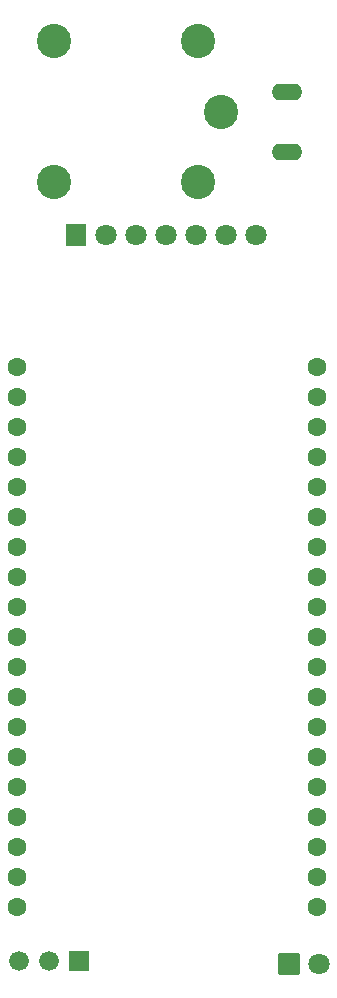
<source format=gbs>
G04 Layer: BottomSolderMaskLayer*
G04 EasyEDA v6.5.47, 2024-10-28 03:20:38*
G04 309fc15a7aae42b18f401f2aeeeb71d8,d1a2f3594b844fcea760d271ff29be0f,10*
G04 Gerber Generator version 0.2*
G04 Scale: 100 percent, Rotated: No, Reflected: No *
G04 Dimensions in millimeters *
G04 leading zeros omitted , absolute positions ,4 integer and 5 decimal *
%FSLAX45Y45*%
%MOMM*%

%AMMACRO1*4,1,8,-0.8085,-0.9008,-0.8382,-0.8708,-0.8382,0.8711,-0.8085,0.9008,0.8082,0.9008,0.8382,0.8711,0.8382,-0.8708,0.8082,-0.9008,-0.8085,-0.9008,0*%
%AMMACRO2*4,1,8,-0.8085,-0.8382,-0.8382,-0.8082,-0.8382,0.8085,-0.8085,0.8382,0.8082,0.8382,0.8382,0.8085,0.8382,-0.8082,0.8082,-0.8382,-0.8085,-0.8382,0*%
%AMMACRO3*4,1,8,-0.8711,-0.9008,-0.9008,-0.8708,-0.9008,0.8711,-0.8711,0.9008,0.8708,0.9008,0.9008,0.8711,0.9008,-0.8708,0.8708,-0.9008,-0.8711,-0.9008,0*%
%ADD10C,2.8956*%
%ADD11O,2.601595X1.4015974000000002*%
%ADD12C,1.6000*%
%ADD13C,1.8016*%
%ADD14MACRO1*%
%ADD15C,1.6764*%
%ADD16MACRO2*%
%ADD17MACRO3*%

%LPD*%
D10*
G01*
X2896793Y12601447D03*
G01*
X4316806Y12001500D03*
G01*
X4116806Y11401501D03*
G01*
X4116806Y12601498D03*
G01*
X2896793Y11401552D03*
D11*
G01*
X4876800Y12166600D03*
G01*
X4876800Y11658600D03*
D12*
G01*
X2590800Y9842500D03*
G01*
X2590800Y9588500D03*
G01*
X2590800Y9334500D03*
G01*
X2590800Y9080500D03*
G01*
X2590800Y8826500D03*
G01*
X2590800Y8572500D03*
G01*
X2590800Y8318500D03*
G01*
X2590800Y8064500D03*
G01*
X2590800Y7810500D03*
G01*
X2590800Y7556500D03*
G01*
X2590800Y7302500D03*
G01*
X2590800Y7048500D03*
G01*
X2590800Y6794500D03*
G01*
X2590800Y6540500D03*
G01*
X2590800Y6286500D03*
G01*
X2590800Y6032500D03*
G01*
X2590800Y5778500D03*
G01*
X2590800Y5524500D03*
G01*
X2590800Y5270500D03*
G01*
X5130800Y9842500D03*
G01*
X5130800Y9588500D03*
G01*
X5130800Y9334500D03*
G01*
X5130800Y9080500D03*
G01*
X5130800Y8826500D03*
G01*
X5130800Y8572500D03*
G01*
X5130800Y8318500D03*
G01*
X5130800Y8064500D03*
G01*
X5130800Y7810500D03*
G01*
X5130800Y7556500D03*
G01*
X5130800Y7302500D03*
G01*
X5130800Y7048500D03*
G01*
X5130800Y6794500D03*
G01*
X5130800Y6540500D03*
G01*
X5130800Y6286500D03*
G01*
X5130800Y6032500D03*
G01*
X5130800Y5778500D03*
G01*
X5130800Y5524500D03*
G01*
X5130800Y5270500D03*
D13*
G01*
X4610100Y10960100D03*
G01*
X4356100Y10960100D03*
G01*
X4102100Y10960100D03*
G01*
X3848100Y10960100D03*
G01*
X3594100Y10960100D03*
G01*
X3340100Y10960100D03*
D14*
G01*
X3086100Y10960087D03*
D15*
G01*
X2603500Y4813300D03*
G01*
X2857500Y4813300D03*
D16*
G01*
X3111500Y4813300D03*
D17*
G01*
X4889512Y4787887D03*
D13*
G01*
X5143500Y4787900D03*
M02*

</source>
